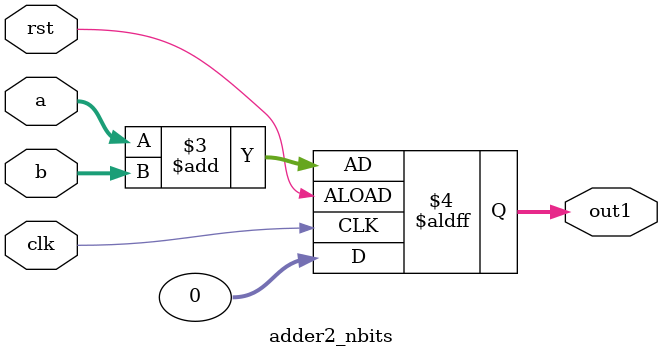
<source format=v>
module adder2_nbits #(parameter n = 32)( 
	input wire clk,
	input wire rst,
	input wire [n-1:0] a,
	input wire [n-1:0] b,
	output reg [n-1:0] out1
	);
	
always @(posedge clk or posedge rst) begin
	if (!rst) begin
		out1 <= {n{1'b0}};
	end else begin
	out1 <= $signed(a) + $signed(b);
	end
end
endmodule
</source>
